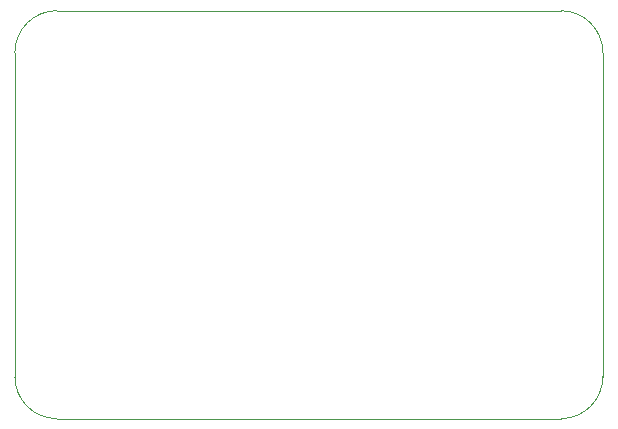
<source format=gbr>
G04 #@! TF.GenerationSoftware,KiCad,Pcbnew,(5.0.1-3-g963ef8bb5)*
G04 #@! TF.CreationDate,2018-11-04T17:21:23-05:00*
G04 #@! TF.ProjectId,Solar LiPo Charger,536F6C6172204C69506F204368617267,1A*
G04 #@! TF.SameCoordinates,Original*
G04 #@! TF.FileFunction,Profile,NP*
%FSLAX46Y46*%
G04 Gerber Fmt 4.6, Leading zero omitted, Abs format (unit mm)*
G04 Created by KiCad (PCBNEW (5.0.1-3-g963ef8bb5)) date Sunday, November 04, 2018 at 05:21:23 PM*
%MOMM*%
%LPD*%
G01*
G04 APERTURE LIST*
%ADD10C,0.025400*%
G04 APERTURE END LIST*
D10*
X104140000Y-70612001D02*
G75*
G02X107696000Y-67056000I3556000J1D01*
G01*
X150368000Y-67056000D02*
G75*
G02X153924000Y-70612000I0J-3556000D01*
G01*
X153924000Y-98043106D02*
G75*
G02X150368000Y-101600000I-3556000J-894D01*
G01*
X107696000Y-101600000D02*
G75*
G02X104140000Y-98044000I0J3556000D01*
G01*
X107696000Y-67056000D02*
X150368000Y-67056000D01*
X107696000Y-101600000D02*
X150368000Y-101600000D01*
X104140000Y-98044000D02*
X104140000Y-70612000D01*
X153924000Y-70612000D02*
X153924000Y-98044000D01*
M02*

</source>
